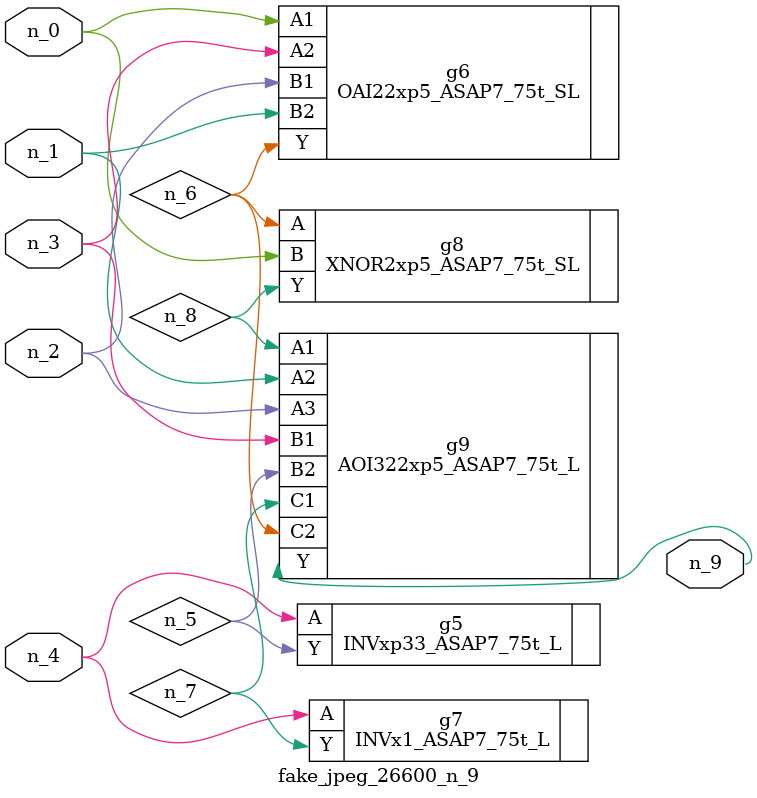
<source format=v>
module fake_jpeg_26600_n_9 (n_3, n_2, n_1, n_0, n_4, n_9);

input n_3;
input n_2;
input n_1;
input n_0;
input n_4;

output n_9;

wire n_8;
wire n_6;
wire n_5;
wire n_7;

INVxp33_ASAP7_75t_L g5 ( 
.A(n_4),
.Y(n_5)
);

OAI22xp5_ASAP7_75t_SL g6 ( 
.A1(n_0),
.A2(n_3),
.B1(n_2),
.B2(n_1),
.Y(n_6)
);

INVx1_ASAP7_75t_L g7 ( 
.A(n_4),
.Y(n_7)
);

XNOR2xp5_ASAP7_75t_SL g8 ( 
.A(n_6),
.B(n_0),
.Y(n_8)
);

AOI322xp5_ASAP7_75t_L g9 ( 
.A1(n_8),
.A2(n_1),
.A3(n_2),
.B1(n_3),
.B2(n_5),
.C1(n_7),
.C2(n_6),
.Y(n_9)
);


endmodule
</source>
